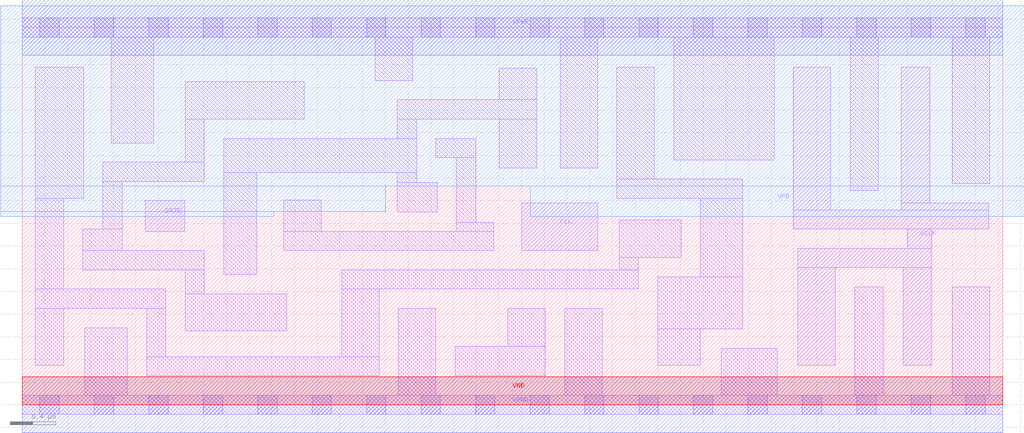
<source format=lef>
# Copyright 2020 The SkyWater PDK Authors
#
# Licensed under the Apache License, Version 2.0 (the "License");
# you may not use this file except in compliance with the License.
# You may obtain a copy of the License at
#
#     https://www.apache.org/licenses/LICENSE-2.0
#
# Unless required by applicable law or agreed to in writing, software
# distributed under the License is distributed on an "AS IS" BASIS,
# WITHOUT WARRANTIES OR CONDITIONS OF ANY KIND, either express or implied.
# See the License for the specific language governing permissions and
# limitations under the License.
#
# SPDX-License-Identifier: Apache-2.0

VERSION 5.7 ;
  NOWIREEXTENSIONATPIN ON ;
  DIVIDERCHAR "/" ;
  BUSBITCHARS "[]" ;
MACRO sky130_fd_sc_ms__dlclkp_4
  CLASS CORE ;
  FOREIGN sky130_fd_sc_ms__dlclkp_4 ;
  ORIGIN  0.000000  0.000000 ;
  SIZE  8.640000 BY  3.330000 ;
  SYMMETRY X Y ;
  SITE unit ;
  PIN GATE
    ANTENNAGATEAREA  0.276000 ;
    DIRECTION INPUT ;
    USE SIGNAL ;
    PORT
      LAYER li1 ;
        RECT 1.085000 1.530000 1.430000 1.800000 ;
    END
  END GATE
  PIN GCLK
    ANTENNADIFFAREA  1.036000 ;
    DIRECTION OUTPUT ;
    USE SIGNAL ;
    PORT
      LAYER li1 ;
        RECT 6.795000 1.550000 8.515000 1.720000 ;
        RECT 6.795000 1.720000 7.125000 2.980000 ;
        RECT 6.835000 0.350000 7.165000 1.210000 ;
        RECT 6.835000 1.210000 8.015000 1.380000 ;
        RECT 7.745000 1.720000 8.515000 1.780000 ;
        RECT 7.745000 1.780000 7.995000 2.980000 ;
        RECT 7.765000 0.350000 8.015000 1.210000 ;
        RECT 7.805000 1.380000 8.015000 1.550000 ;
    END
  END GCLK
  PIN CLK
    ANTENNAGATEAREA  0.574800 ;
    DIRECTION INPUT ;
    USE CLOCK ;
    PORT
      LAYER li1 ;
        RECT 4.400000 1.360000 5.070000 1.780000 ;
    END
  END CLK
  PIN VGND
    DIRECTION INOUT ;
    USE GROUND ;
    PORT
      LAYER met1 ;
        RECT 0.000000 -0.245000 8.640000 0.245000 ;
    END
  END VGND
  PIN VNB
    DIRECTION INOUT ;
    USE GROUND ;
    PORT
      LAYER pwell ;
        RECT 0.000000 0.000000 8.640000 0.245000 ;
    END
  END VNB
  PIN VPB
    DIRECTION INOUT ;
    USE POWER ;
    PORT
      LAYER nwell ;
        RECT -0.190000 1.660000 2.215000 1.705000 ;
        RECT -0.190000 1.705000 3.205000 1.930000 ;
        RECT -0.190000 1.930000 8.830000 3.520000 ;
        RECT  4.475000 1.660000 8.830000 1.930000 ;
    END
  END VPB
  PIN VPWR
    DIRECTION INOUT ;
    USE POWER ;
    PORT
      LAYER met1 ;
        RECT 0.000000 3.085000 8.640000 3.575000 ;
    END
  END VPWR
  OBS
    LAYER li1 ;
      RECT 0.000000 -0.085000 8.640000 0.085000 ;
      RECT 0.000000  3.245000 8.640000 3.415000 ;
      RECT 0.115000  0.350000 0.365000 0.850000 ;
      RECT 0.115000  0.850000 1.265000 1.020000 ;
      RECT 0.115000  1.020000 0.365000 1.820000 ;
      RECT 0.115000  1.820000 0.540000 2.980000 ;
      RECT 0.535000  1.190000 1.605000 1.360000 ;
      RECT 0.535000  1.360000 0.880000 1.550000 ;
      RECT 0.550000  0.085000 0.925000 0.680000 ;
      RECT 0.710000  1.550000 0.880000 1.970000 ;
      RECT 0.710000  1.970000 1.605000 2.140000 ;
      RECT 0.785000  2.310000 1.160000 3.245000 ;
      RECT 1.095000  0.255000 3.145000 0.425000 ;
      RECT 1.095000  0.425000 1.265000 0.850000 ;
      RECT 1.435000  0.650000 2.330000 0.980000 ;
      RECT 1.435000  0.980000 1.605000 1.190000 ;
      RECT 1.435000  2.140000 1.605000 2.520000 ;
      RECT 1.435000  2.520000 2.485000 2.850000 ;
      RECT 1.775000  1.150000 2.065000 2.050000 ;
      RECT 1.775000  2.050000 3.475000 2.350000 ;
      RECT 2.305000  1.360000 4.155000 1.530000 ;
      RECT 2.305000  1.530000 2.635000 1.805000 ;
      RECT 2.815000  0.425000 3.145000 1.020000 ;
      RECT 2.815000  1.020000 5.430000 1.190000 ;
      RECT 3.110000  2.860000 3.440000 3.245000 ;
      RECT 3.305000  1.700000 3.655000 1.960000 ;
      RECT 3.305000  1.960000 3.475000 2.050000 ;
      RECT 3.305000  2.350000 3.475000 2.520000 ;
      RECT 3.305000  2.520000 4.535000 2.690000 ;
      RECT 3.315000  0.085000 3.645000 0.850000 ;
      RECT 3.645000  2.180000 3.995000 2.350000 ;
      RECT 3.815000  0.255000 4.610000 0.515000 ;
      RECT 3.825000  1.530000 4.155000 1.610000 ;
      RECT 3.825000  1.610000 3.995000 2.180000 ;
      RECT 4.205000  2.090000 4.535000 2.520000 ;
      RECT 4.205000  2.690000 4.535000 2.970000 ;
      RECT 4.280000  0.515000 4.610000 0.850000 ;
      RECT 4.740000  2.090000 5.070000 3.245000 ;
      RECT 4.780000  0.085000 5.110000 0.850000 ;
      RECT 5.240000  1.820000 6.350000 1.990000 ;
      RECT 5.240000  1.990000 5.570000 2.980000 ;
      RECT 5.260000  1.190000 5.430000 1.300000 ;
      RECT 5.260000  1.300000 5.805000 1.630000 ;
      RECT 5.600000  0.350000 5.975000 0.670000 ;
      RECT 5.600000  0.670000 6.350000 1.130000 ;
      RECT 5.740000  2.160000 6.625000 3.245000 ;
      RECT 5.975000  1.130000 6.350000 1.820000 ;
      RECT 6.160000  0.085000 6.655000 0.500000 ;
      RECT 7.295000  1.890000 7.545000 3.245000 ;
      RECT 7.335000  0.085000 7.585000 1.040000 ;
      RECT 8.195000  0.085000 8.525000 1.040000 ;
      RECT 8.195000  1.950000 8.525000 3.245000 ;
    LAYER mcon ;
      RECT 0.155000 -0.085000 0.325000 0.085000 ;
      RECT 0.155000  3.245000 0.325000 3.415000 ;
      RECT 0.635000 -0.085000 0.805000 0.085000 ;
      RECT 0.635000  3.245000 0.805000 3.415000 ;
      RECT 1.115000 -0.085000 1.285000 0.085000 ;
      RECT 1.115000  3.245000 1.285000 3.415000 ;
      RECT 1.595000 -0.085000 1.765000 0.085000 ;
      RECT 1.595000  3.245000 1.765000 3.415000 ;
      RECT 2.075000 -0.085000 2.245000 0.085000 ;
      RECT 2.075000  3.245000 2.245000 3.415000 ;
      RECT 2.555000 -0.085000 2.725000 0.085000 ;
      RECT 2.555000  3.245000 2.725000 3.415000 ;
      RECT 3.035000 -0.085000 3.205000 0.085000 ;
      RECT 3.035000  3.245000 3.205000 3.415000 ;
      RECT 3.515000 -0.085000 3.685000 0.085000 ;
      RECT 3.515000  3.245000 3.685000 3.415000 ;
      RECT 3.995000 -0.085000 4.165000 0.085000 ;
      RECT 3.995000  3.245000 4.165000 3.415000 ;
      RECT 4.475000 -0.085000 4.645000 0.085000 ;
      RECT 4.475000  3.245000 4.645000 3.415000 ;
      RECT 4.955000 -0.085000 5.125000 0.085000 ;
      RECT 4.955000  3.245000 5.125000 3.415000 ;
      RECT 5.435000 -0.085000 5.605000 0.085000 ;
      RECT 5.435000  3.245000 5.605000 3.415000 ;
      RECT 5.915000 -0.085000 6.085000 0.085000 ;
      RECT 5.915000  3.245000 6.085000 3.415000 ;
      RECT 6.395000 -0.085000 6.565000 0.085000 ;
      RECT 6.395000  3.245000 6.565000 3.415000 ;
      RECT 6.875000 -0.085000 7.045000 0.085000 ;
      RECT 6.875000  3.245000 7.045000 3.415000 ;
      RECT 7.355000 -0.085000 7.525000 0.085000 ;
      RECT 7.355000  3.245000 7.525000 3.415000 ;
      RECT 7.835000 -0.085000 8.005000 0.085000 ;
      RECT 7.835000  3.245000 8.005000 3.415000 ;
      RECT 8.315000 -0.085000 8.485000 0.085000 ;
      RECT 8.315000  3.245000 8.485000 3.415000 ;
  END
END sky130_fd_sc_ms__dlclkp_4
END LIBRARY

</source>
